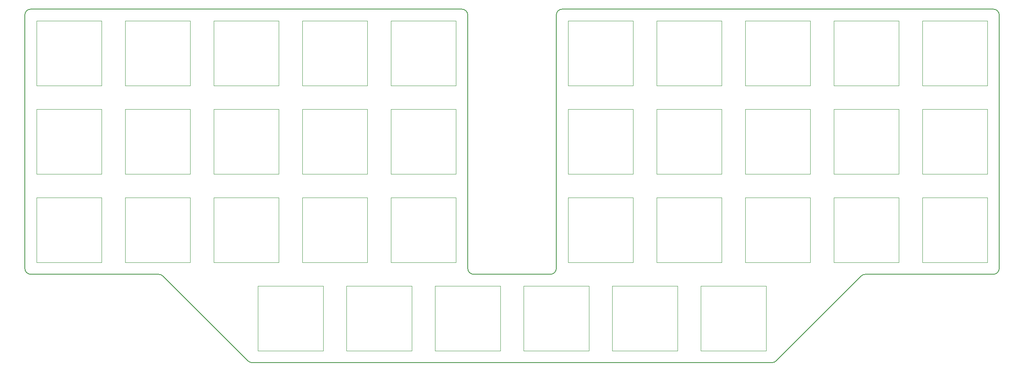
<source format=gbr>
%TF.GenerationSoftware,KiCad,Pcbnew,6.0.2+dfsg-1*%
%TF.CreationDate,2023-04-19T19:36:36+02:00*%
%TF.ProjectId,lancer-top-plate,6c616e63-6572-42d7-946f-702d706c6174,rev?*%
%TF.SameCoordinates,Original*%
%TF.FileFunction,Profile,NP*%
%FSLAX46Y46*%
G04 Gerber Fmt 4.6, Leading zero omitted, Abs format (unit mm)*
G04 Created by KiCad (PCBNEW 6.0.2+dfsg-1) date 2023-04-19 19:36:36*
%MOMM*%
%LPD*%
G01*
G04 APERTURE LIST*
%TA.AperFunction,Profile*%
%ADD10C,0.200000*%
%TD*%
%TA.AperFunction,Profile*%
%ADD11C,0.120000*%
%TD*%
G04 APERTURE END LIST*
D10*
X40005001Y-97155001D02*
G75*
G03*
X41275001Y-98425001I1269999J-1D01*
G01*
X200660001Y-117475001D02*
X88900001Y-117475001D01*
X248285001Y-98425001D02*
X220762103Y-98425001D01*
X200660001Y-117475001D02*
G75*
G03*
X201558027Y-117103027I-1J1270003D01*
G01*
X41275001Y-41275001D02*
X133985001Y-41275001D01*
X69695924Y-98796975D02*
G75*
G03*
X68797899Y-98425001I-898025J-898025D01*
G01*
X249555001Y-42545001D02*
X249555001Y-97155001D01*
X136525001Y-98425001D02*
X153035001Y-98425001D01*
X135255001Y-42545001D02*
G75*
G03*
X133985001Y-41275001I-1269999J1D01*
G01*
X88001975Y-117103027D02*
G75*
G03*
X88900001Y-117475001I898027J898029D01*
G01*
X249555001Y-42545001D02*
G75*
G03*
X248285001Y-41275001I-1269999J1D01*
G01*
X40005001Y-97155001D02*
X40005001Y-42545001D01*
X88001975Y-117103027D02*
X69695924Y-98796975D01*
X135255001Y-42545001D02*
X135255001Y-97155001D01*
X68797899Y-98425001D02*
X41275001Y-98425001D01*
X155575001Y-41275001D02*
X248285001Y-41275001D01*
X135255001Y-97155001D02*
G75*
G03*
X136525001Y-98425001I1269999J-1D01*
G01*
X248285001Y-98425001D02*
G75*
G03*
X249555001Y-97155001I1J1269999D01*
G01*
X41275001Y-41275001D02*
G75*
G03*
X40005001Y-42545001I-1J-1269999D01*
G01*
X220762103Y-98425001D02*
G75*
G03*
X219864078Y-98796975I0J-1269999D01*
G01*
X219864078Y-98796975D02*
X201558027Y-117103027D01*
X155575001Y-41275001D02*
G75*
G03*
X154305001Y-42545001I-1J-1269999D01*
G01*
X153035001Y-98425001D02*
G75*
G03*
X154305001Y-97155001I1J1269999D01*
G01*
X154305001Y-97155001D02*
X154305001Y-42545001D01*
D11*
%TO.C,H18*%
X208930000Y-76850000D02*
X194930000Y-76850000D01*
X194930000Y-76850000D02*
X194930000Y-62850000D01*
X194930000Y-62850000D02*
X208930000Y-62850000D01*
X208930000Y-62850000D02*
X208930000Y-76850000D01*
%TO.C,H28*%
X208930000Y-95900000D02*
X194930000Y-95900000D01*
X194930000Y-95900000D02*
X194930000Y-81900000D01*
X194930000Y-81900000D02*
X208930000Y-81900000D01*
X208930000Y-81900000D02*
X208930000Y-95900000D01*
%TO.C,H15*%
X132730000Y-76850000D02*
X118730000Y-76850000D01*
X118730000Y-76850000D02*
X118730000Y-62850000D01*
X118730000Y-62850000D02*
X132730000Y-62850000D01*
X132730000Y-62850000D02*
X132730000Y-76850000D01*
%TO.C,H34*%
X161305000Y-114950000D02*
X147305000Y-114950000D01*
X147305000Y-114950000D02*
X147305000Y-100950000D01*
X147305000Y-100950000D02*
X161305000Y-100950000D01*
X161305000Y-100950000D02*
X161305000Y-114950000D01*
%TO.C,H19*%
X227980000Y-76850000D02*
X213980000Y-76850000D01*
X213980000Y-76850000D02*
X213980000Y-62850000D01*
X213980000Y-62850000D02*
X227980000Y-62850000D01*
X227980000Y-62850000D02*
X227980000Y-76850000D01*
%TO.C,H23*%
X94630000Y-95900000D02*
X80630000Y-95900000D01*
X80630000Y-95900000D02*
X80630000Y-81900000D01*
X80630000Y-81900000D02*
X94630000Y-81900000D01*
X94630000Y-81900000D02*
X94630000Y-95900000D01*
%TO.C,H26*%
X170830000Y-95900000D02*
X156830000Y-95900000D01*
X156830000Y-95900000D02*
X156830000Y-81900000D01*
X156830000Y-81900000D02*
X170830000Y-81900000D01*
X170830000Y-81900000D02*
X170830000Y-95900000D01*
%TO.C,H1*%
X56530000Y-57800000D02*
X42530000Y-57800000D01*
X42530000Y-57800000D02*
X42530000Y-43800000D01*
X42530000Y-43800000D02*
X56530000Y-43800000D01*
X56530000Y-43800000D02*
X56530000Y-57800000D01*
%TO.C,H5*%
X132730000Y-57800000D02*
X118730000Y-57800000D01*
X118730000Y-57800000D02*
X118730000Y-43800000D01*
X118730000Y-43800000D02*
X132730000Y-43800000D01*
X132730000Y-43800000D02*
X132730000Y-57800000D01*
%TO.C,H9*%
X227980000Y-57800000D02*
X213980000Y-57800000D01*
X213980000Y-57800000D02*
X213980000Y-43800000D01*
X213980000Y-43800000D02*
X227980000Y-43800000D01*
X227980000Y-43800000D02*
X227980000Y-57800000D01*
%TO.C,H11*%
X56530000Y-76850000D02*
X42530000Y-76850000D01*
X42530000Y-76850000D02*
X42530000Y-62850000D01*
X42530000Y-62850000D02*
X56530000Y-62850000D01*
X56530000Y-62850000D02*
X56530000Y-76850000D01*
%TO.C,H31*%
X104155000Y-114950000D02*
X90155000Y-114950000D01*
X90155000Y-114950000D02*
X90155000Y-100950000D01*
X90155000Y-100950000D02*
X104155000Y-100950000D01*
X104155000Y-100950000D02*
X104155000Y-114950000D01*
%TO.C,H10*%
X247030000Y-57800000D02*
X233030000Y-57800000D01*
X233030000Y-57800000D02*
X233030000Y-43800000D01*
X233030000Y-43800000D02*
X247030000Y-43800000D01*
X247030000Y-43800000D02*
X247030000Y-57800000D01*
%TO.C,H17*%
X189880000Y-76850000D02*
X175880000Y-76850000D01*
X175880000Y-76850000D02*
X175880000Y-62850000D01*
X175880000Y-62850000D02*
X189880000Y-62850000D01*
X189880000Y-62850000D02*
X189880000Y-76850000D01*
%TO.C,H2*%
X75580000Y-57800000D02*
X61580000Y-57800000D01*
X61580000Y-57800000D02*
X61580000Y-43800000D01*
X61580000Y-43800000D02*
X75580000Y-43800000D01*
X75580000Y-43800000D02*
X75580000Y-57800000D01*
%TO.C,H32*%
X123205000Y-114950000D02*
X109205000Y-114950000D01*
X109205000Y-114950000D02*
X109205000Y-100950000D01*
X109205000Y-100950000D02*
X123205000Y-100950000D01*
X123205000Y-100950000D02*
X123205000Y-114950000D01*
%TO.C,H30*%
X247030000Y-95900000D02*
X233030000Y-95900000D01*
X233030000Y-95900000D02*
X233030000Y-81900000D01*
X233030000Y-81900000D02*
X247030000Y-81900000D01*
X247030000Y-81900000D02*
X247030000Y-95900000D01*
%TO.C,H20*%
X247030000Y-76850000D02*
X233030000Y-76850000D01*
X233030000Y-76850000D02*
X233030000Y-62850000D01*
X233030000Y-62850000D02*
X247030000Y-62850000D01*
X247030000Y-62850000D02*
X247030000Y-76850000D01*
%TO.C,H27*%
X189880000Y-95900000D02*
X175880000Y-95900000D01*
X175880000Y-95900000D02*
X175880000Y-81900000D01*
X175880000Y-81900000D02*
X189880000Y-81900000D01*
X189880000Y-81900000D02*
X189880000Y-95900000D01*
%TO.C,H8*%
X208930000Y-57800000D02*
X194930000Y-57800000D01*
X194930000Y-57800000D02*
X194930000Y-43800000D01*
X194930000Y-43800000D02*
X208930000Y-43800000D01*
X208930000Y-43800000D02*
X208930000Y-57800000D01*
%TO.C,H36*%
X199405000Y-114950000D02*
X185405000Y-114950000D01*
X185405000Y-114950000D02*
X185405000Y-100950000D01*
X185405000Y-100950000D02*
X199405000Y-100950000D01*
X199405000Y-100950000D02*
X199405000Y-114950000D01*
%TO.C,H29*%
X227980000Y-95900000D02*
X213980000Y-95900000D01*
X213980000Y-95900000D02*
X213980000Y-81900000D01*
X213980000Y-81900000D02*
X227980000Y-81900000D01*
X227980000Y-81900000D02*
X227980000Y-95900000D01*
%TO.C,H14*%
X113680000Y-76850000D02*
X99680000Y-76850000D01*
X99680000Y-76850000D02*
X99680000Y-62850000D01*
X99680000Y-62850000D02*
X113680000Y-62850000D01*
X113680000Y-62850000D02*
X113680000Y-76850000D01*
%TO.C,H35*%
X180355000Y-114950000D02*
X166355000Y-114950000D01*
X166355000Y-114950000D02*
X166355000Y-100950000D01*
X166355000Y-100950000D02*
X180355000Y-100950000D01*
X180355000Y-100950000D02*
X180355000Y-114950000D01*
%TO.C,H24*%
X113680000Y-95900000D02*
X99680000Y-95900000D01*
X99680000Y-95900000D02*
X99680000Y-81900000D01*
X99680000Y-81900000D02*
X113680000Y-81900000D01*
X113680000Y-81900000D02*
X113680000Y-95900000D01*
%TO.C,H3*%
X94630000Y-57800000D02*
X80630000Y-57800000D01*
X80630000Y-57800000D02*
X80630000Y-43800000D01*
X80630000Y-43800000D02*
X94630000Y-43800000D01*
X94630000Y-43800000D02*
X94630000Y-57800000D01*
%TO.C,H4*%
X113680000Y-57800000D02*
X99680000Y-57800000D01*
X99680000Y-57800000D02*
X99680000Y-43800000D01*
X99680000Y-43800000D02*
X113680000Y-43800000D01*
X113680000Y-43800000D02*
X113680000Y-57800000D01*
%TO.C,H7*%
X189880000Y-57800000D02*
X175880000Y-57800000D01*
X175880000Y-57800000D02*
X175880000Y-43800000D01*
X175880000Y-43800000D02*
X189880000Y-43800000D01*
X189880000Y-43800000D02*
X189880000Y-57800000D01*
%TO.C,H33*%
X142255000Y-114950000D02*
X128255000Y-114950000D01*
X128255000Y-114950000D02*
X128255000Y-100950000D01*
X128255000Y-100950000D02*
X142255000Y-100950000D01*
X142255000Y-100950000D02*
X142255000Y-114950000D01*
%TO.C,H25*%
X132730000Y-95900000D02*
X118730000Y-95900000D01*
X118730000Y-95900000D02*
X118730000Y-81900000D01*
X118730000Y-81900000D02*
X132730000Y-81900000D01*
X132730000Y-81900000D02*
X132730000Y-95900000D01*
%TO.C,H6*%
X170830000Y-57800000D02*
X156830000Y-57800000D01*
X156830000Y-57800000D02*
X156830000Y-43800000D01*
X156830000Y-43800000D02*
X170830000Y-43800000D01*
X170830000Y-43800000D02*
X170830000Y-57800000D01*
%TO.C,H13*%
X94630000Y-76850000D02*
X80630000Y-76850000D01*
X80630000Y-76850000D02*
X80630000Y-62850000D01*
X80630000Y-62850000D02*
X94630000Y-62850000D01*
X94630000Y-62850000D02*
X94630000Y-76850000D01*
%TO.C,H12*%
X75580000Y-76850000D02*
X61580000Y-76850000D01*
X61580000Y-76850000D02*
X61580000Y-62850000D01*
X61580000Y-62850000D02*
X75580000Y-62850000D01*
X75580000Y-62850000D02*
X75580000Y-76850000D01*
%TO.C,H16*%
X170830000Y-76850000D02*
X156830000Y-76850000D01*
X156830000Y-76850000D02*
X156830000Y-62850000D01*
X156830000Y-62850000D02*
X170830000Y-62850000D01*
X170830000Y-62850000D02*
X170830000Y-76850000D01*
%TO.C,H22*%
X75580000Y-95900000D02*
X61580000Y-95900000D01*
X61580000Y-95900000D02*
X61580000Y-81900000D01*
X61580000Y-81900000D02*
X75580000Y-81900000D01*
X75580000Y-81900000D02*
X75580000Y-95900000D01*
%TO.C,H21*%
X56530000Y-95900000D02*
X42530000Y-95900000D01*
X42530000Y-95900000D02*
X42530000Y-81900000D01*
X42530000Y-81900000D02*
X56530000Y-81900000D01*
X56530000Y-81900000D02*
X56530000Y-95900000D01*
%TD*%
M02*

</source>
